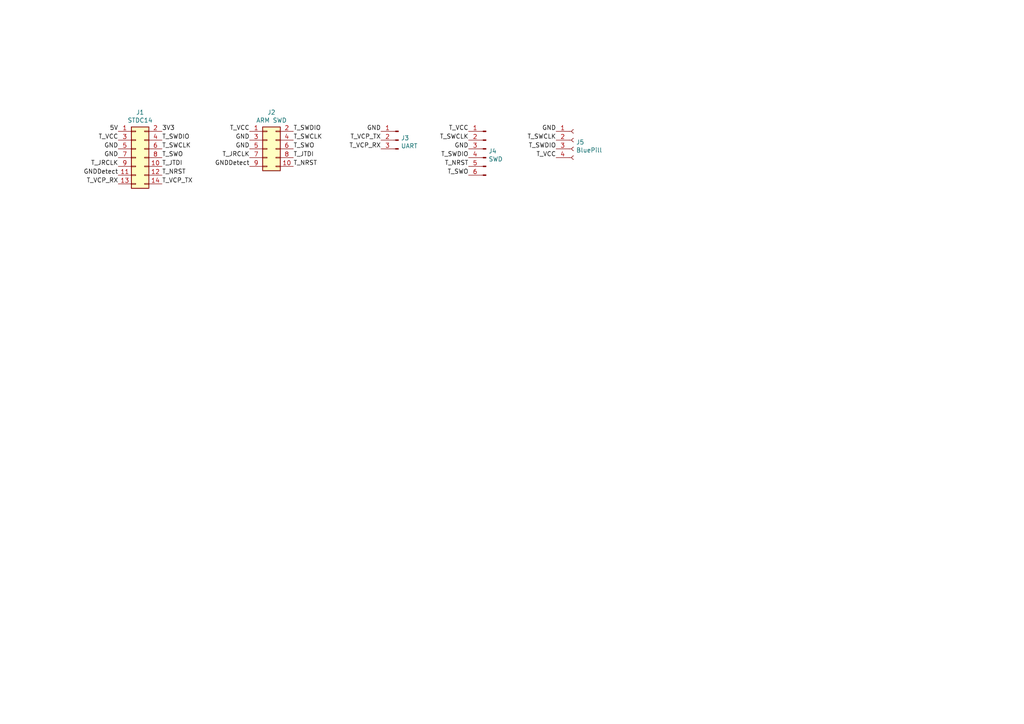
<source format=kicad_sch>
(kicad_sch (version 20211123) (generator eeschema)
  (paper "A4")
  (lib_symbols
    (symbol "Connector:Conn_01x03_Male" (pin_names (offset 1.016) hide)
      (property "Reference" "J" (at 0 5.08 0))
      (property "Value" "Conn_01x03_Male" (at 0 -5.08 0))
      (symbol "Conn_01x03_Male_1_1"
        (polyline (pts (xy 1.27 -2.54) (xy 0.8636 -2.54)) (stroke (width 0.1524)))
        (polyline (pts (xy 1.27 0) (xy 0.8636 0)) (stroke (width 0.1524)))
        (polyline (pts (xy 1.27 2.54) (xy 0.8636 2.54)) (stroke (width 0.1524)))
        (rectangle (start 0.8636 -2.413) (end 0 -2.667) (stroke (width 0.1524)) (fill (type outline)))
        (rectangle (start 0.8636 0.127) (end 0 -0.127) (stroke (width 0.1524)) (fill (type outline)))
        (rectangle (start 0.8636 2.667) (end 0 2.413) (stroke (width 0.1524)) (fill (type outline)))
        (pin passive line (at 5.08 2.54 180) (length 3.81) (name "Pin_1") (number "1"))
        (pin passive line (at 5.08 0 180) (length 3.81) (name "Pin_2") (number "2"))
        (pin passive line (at 5.08 -2.54 180) (length 3.81) (name "Pin_3") (number "3"))
      )
    )
    (symbol "Connector:Conn_01x04_Female" (pin_names (offset 1.016) hide)
      (property "Reference" "J" (at 0 5.08 0))
      (property "Value" "Conn_01x04_Female" (at 0 -7.62 0))
      (symbol "Conn_01x04_Female_1_1"
        (arc (start 0 -4.572) (mid -0.508 -5.08) (end 0 -5.588) (stroke (width 0.1524)))
        (arc (start 0 -2.032) (mid -0.508 -2.54) (end 0 -3.048) (stroke (width 0.1524)))
        (polyline (pts (xy -1.27 -5.08) (xy -0.508 -5.08)) (stroke (width 0.1524)))
        (polyline (pts (xy -1.27 -2.54) (xy -0.508 -2.54)) (stroke (width 0.1524)))
        (polyline (pts (xy -1.27 0) (xy -0.508 0)) (stroke (width 0.1524)))
        (polyline (pts (xy -1.27 2.54) (xy -0.508 2.54)) (stroke (width 0.1524)))
        (arc (start 0 0.508) (mid -0.508 0) (end 0 -0.508) (stroke (width 0.1524)))
        (arc (start 0 3.048) (mid -0.508 2.54) (end 0 2.032) (stroke (width 0.1524)))
        (pin passive line (at -5.08 2.54 0) (length 3.81) (name "Pin_1") (number "1"))
        (pin passive line (at -5.08 0 0) (length 3.81) (name "Pin_2") (number "2"))
        (pin passive line (at -5.08 -2.54 0) (length 3.81) (name "Pin_3") (number "3"))
        (pin passive line (at -5.08 -5.08 0) (length 3.81) (name "Pin_4") (number "4"))
      )
    )
    (symbol "Connector:Conn_01x06_Male" (pin_names (offset 1.016) hide)
      (property "Reference" "J" (at 0 7.62 0))
      (property "Value" "Conn_01x06_Male" (at 0 -10.16 0))
      (symbol "Conn_01x06_Male_1_1"
        (polyline (pts (xy 1.27 -7.62) (xy 0.8636 -7.62)) (stroke (width 0.1524)))
        (polyline (pts (xy 1.27 -5.08) (xy 0.8636 -5.08)) (stroke (width 0.1524)))
        (polyline (pts (xy 1.27 -2.54) (xy 0.8636 -2.54)) (stroke (width 0.1524)))
        (polyline (pts (xy 1.27 0) (xy 0.8636 0)) (stroke (width 0.1524)))
        (polyline (pts (xy 1.27 2.54) (xy 0.8636 2.54)) (stroke (width 0.1524)))
        (polyline (pts (xy 1.27 5.08) (xy 0.8636 5.08)) (stroke (width 0.1524)))
        (rectangle (start 0.8636 -7.493) (end 0 -7.747) (stroke (width 0.1524)) (fill (type outline)))
        (rectangle (start 0.8636 -4.953) (end 0 -5.207) (stroke (width 0.1524)) (fill (type outline)))
        (rectangle (start 0.8636 -2.413) (end 0 -2.667) (stroke (width 0.1524)) (fill (type outline)))
        (rectangle (start 0.8636 0.127) (end 0 -0.127) (stroke (width 0.1524)) (fill (type outline)))
        (rectangle (start 0.8636 2.667) (end 0 2.413) (stroke (width 0.1524)) (fill (type outline)))
        (rectangle (start 0.8636 5.207) (end 0 4.953) (stroke (width 0.1524)) (fill (type outline)))
        (pin passive line (at 5.08 5.08 180) (length 3.81) (name "Pin_1") (number "1"))
        (pin passive line (at 5.08 2.54 180) (length 3.81) (name "Pin_2") (number "2"))
        (pin passive line (at 5.08 0 180) (length 3.81) (name "Pin_3") (number "3"))
        (pin passive line (at 5.08 -2.54 180) (length 3.81) (name "Pin_4") (number "4"))
        (pin passive line (at 5.08 -5.08 180) (length 3.81) (name "Pin_5") (number "5"))
        (pin passive line (at 5.08 -7.62 180) (length 3.81) (name "Pin_6") (number "6"))
      )
    )
    (symbol "Connector_Generic:Conn_02x05_Odd_Even" (pin_names (offset 1.016) hide)
      (property "Reference" "J" (at 1.27 7.62 0))
      (property "Value" "Conn_02x05_Odd_Even" (at 1.27 -7.62 0))
      (symbol "Conn_02x05_Odd_Even_1_1"
        (rectangle (start -1.27 -4.953) (end 0 -5.207) (stroke (width 0.1524)))
        (rectangle (start -1.27 -2.413) (end 0 -2.667) (stroke (width 0.1524)))
        (rectangle (start -1.27 0.127) (end 0 -0.127) (stroke (width 0.1524)))
        (rectangle (start -1.27 2.667) (end 0 2.413) (stroke (width 0.1524)))
        (rectangle (start -1.27 5.207) (end 0 4.953) (stroke (width 0.1524)))
        (rectangle (start -1.27 6.35) (end 3.81 -6.35) (stroke (width 0.254)) (fill (type background)))
        (rectangle (start 3.81 -4.953) (end 2.54 -5.207) (stroke (width 0.1524)))
        (rectangle (start 3.81 -2.413) (end 2.54 -2.667) (stroke (width 0.1524)))
        (rectangle (start 3.81 0.127) (end 2.54 -0.127) (stroke (width 0.1524)))
        (rectangle (start 3.81 2.667) (end 2.54 2.413) (stroke (width 0.1524)))
        (rectangle (start 3.81 5.207) (end 2.54 4.953) (stroke (width 0.1524)))
        (pin passive line (at -5.08 5.08 0) (length 3.81) (name "Pin_1") (number "1"))
        (pin passive line (at 7.62 -5.08 180) (length 3.81) (name "Pin_10") (number "10"))
        (pin passive line (at 7.62 5.08 180) (length 3.81) (name "Pin_2") (number "2"))
        (pin passive line (at -5.08 2.54 0) (length 3.81) (name "Pin_3") (number "3"))
        (pin passive line (at 7.62 2.54 180) (length 3.81) (name "Pin_4") (number "4"))
        (pin passive line (at -5.08 0 0) (length 3.81) (name "Pin_5") (number "5"))
        (pin passive line (at 7.62 0 180) (length 3.81) (name "Pin_6") (number "6"))
        (pin passive line (at -5.08 -2.54 0) (length 3.81) (name "Pin_7") (number "7"))
        (pin passive line (at 7.62 -2.54 180) (length 3.81) (name "Pin_8") (number "8"))
        (pin passive line (at -5.08 -5.08 0) (length 3.81) (name "Pin_9") (number "9"))
      )
    )
    (symbol "Connector_Generic:Conn_02x07_Odd_Even" (pin_names (offset 1.016) hide)
      (property "Reference" "J" (at 1.27 10.16 0))
      (property "Value" "Conn_02x07_Odd_Even" (at 1.27 -10.16 0))
      (symbol "Conn_02x07_Odd_Even_1_1"
        (rectangle (start -1.27 -7.493) (end 0 -7.747) (stroke (width 0.1524)))
        (rectangle (start -1.27 -4.953) (end 0 -5.207) (stroke (width 0.1524)))
        (rectangle (start -1.27 -2.413) (end 0 -2.667) (stroke (width 0.1524)))
        (rectangle (start -1.27 0.127) (end 0 -0.127) (stroke (width 0.1524)))
        (rectangle (start -1.27 2.667) (end 0 2.413) (stroke (width 0.1524)))
        (rectangle (start -1.27 5.207) (end 0 4.953) (stroke (width 0.1524)))
        (rectangle (start -1.27 7.747) (end 0 7.493) (stroke (width 0.1524)))
        (rectangle (start -1.27 8.89) (end 3.81 -8.89) (stroke (width 0.254)) (fill (type background)))
        (rectangle (start 3.81 -7.493) (end 2.54 -7.747) (stroke (width 0.1524)))
        (rectangle (start 3.81 -4.953) (end 2.54 -5.207) (stroke (width 0.1524)))
        (rectangle (start 3.81 -2.413) (end 2.54 -2.667) (stroke (width 0.1524)))
        (rectangle (start 3.81 0.127) (end 2.54 -0.127) (stroke (width 0.1524)))
        (rectangle (start 3.81 2.667) (end 2.54 2.413) (stroke (width 0.1524)))
        (rectangle (start 3.81 5.207) (end 2.54 4.953) (stroke (width 0.1524)))
        (rectangle (start 3.81 7.747) (end 2.54 7.493) (stroke (width 0.1524)))
        (pin passive line (at -5.08 7.62 0) (length 3.81) (name "Pin_1") (number "1"))
        (pin passive line (at 7.62 -2.54 180) (length 3.81) (name "Pin_10") (number "10"))
        (pin passive line (at -5.08 -5.08 0) (length 3.81) (name "Pin_11") (number "11"))
        (pin passive line (at 7.62 -5.08 180) (length 3.81) (name "Pin_12") (number "12"))
        (pin passive line (at -5.08 -7.62 0) (length 3.81) (name "Pin_13") (number "13"))
        (pin passive line (at 7.62 -7.62 180) (length 3.81) (name "Pin_14") (number "14"))
        (pin passive line (at 7.62 7.62 180) (length 3.81) (name "Pin_2") (number "2"))
        (pin passive line (at -5.08 5.08 0) (length 3.81) (name "Pin_3") (number "3"))
        (pin passive line (at 7.62 5.08 180) (length 3.81) (name "Pin_4") (number "4"))
        (pin passive line (at -5.08 2.54 0) (length 3.81) (name "Pin_5") (number "5"))
        (pin passive line (at 7.62 2.54 180) (length 3.81) (name "Pin_6") (number "6"))
        (pin passive line (at -5.08 0 0) (length 3.81) (name "Pin_7") (number "7"))
        (pin passive line (at 7.62 0 180) (length 3.81) (name "Pin_8") (number "8"))
        (pin passive line (at -5.08 -2.54 0) (length 3.81) (name "Pin_9") (number "9"))
      )
    )
  )
  (label "T_VCC" (at 72.39 38.1 180))
  (label "T_JTDI" (at 85.09 45.72 0))
  (label "T_SWCLK" (at 85.09 40.64 0))
  (label "T_SWDIO" (at 161.29 43.18 180))
  (label "GND" (at 72.39 43.18 180))
  (label "T_SWO" (at 46.99 45.72 0))
  (label "T_JRCLK" (at 72.39 45.72 180))
  (label "GNDDetect" (at 34.29 50.8 180))
  (label "T_JRCLK" (at 34.29 48.26 180))
  (label "T_SWO" (at 135.89 50.8 180))
  (label "T_VCP_TX" (at 110.49 40.64 180))
  (label "GND" (at 34.29 45.72 180))
  (label "GND" (at 110.49 38.1 180))
  (label "T_VCC" (at 161.29 45.72 180))
  (label "T_NRST" (at 135.89 48.26 180))
  (label "T_SWCLK" (at 135.89 40.64 180))
  (label "GNDDetect" (at 72.39 48.26 180))
  (label "T_VCC" (at 34.29 40.64 180))
  (label "T_SWCLK" (at 161.29 40.64 180))
  (label "GND" (at 161.29 38.1 180))
  (label "T_SWO" (at 85.09 43.18 0))
  (label "T_NRST" (at 85.09 48.26 0))
  (label "3V3" (at 46.99 38.1 0))
  (label "5V" (at 34.29 38.1 180))
  (label "T_VCP_RX" (at 34.29 53.34 180))
  (label "GND" (at 72.39 40.64 180))
  (label "GND" (at 34.29 43.18 180))
  (label "T_SWDIO" (at 135.89 45.72 180))
  (label "T_SWCLK" (at 46.99 43.18 0))
  (label "T_NRST" (at 46.99 50.8 0))
  (label "T_SWDIO" (at 85.09 38.1 0))
  (label "T_SWDIO" (at 46.99 40.64 0))
  (label "GND" (at 135.89 43.18 180))
  (label "T_JTDI" (at 46.99 48.26 0))
  (label "T_VCC" (at 135.89 38.1 180))
  (label "T_VCP_RX" (at 110.49 43.18 180))
  (label "T_VCP_TX" (at 46.99 53.34 0))
  (symbol (lib_id "Connector_Generic:Conn_02x07_Odd_Even") (at 39.37 45.72 0) (unit 1)
    (property "Reference" "J1" (at 40.64 32.5882 0))
    (property "Value" "STDC14" (at 40.64 34.8996 0))
    (property "Footprint" "Connector_PinSocket_1.27mm:PinSocket_2x07_P1.27mm_Vertical_SMD" (effects hide))
  )
  (symbol (lib_id "Connector_Generic:Conn_02x05_Odd_Even") (at 77.47 43.18 0) (unit 1)
    (property "Reference" "J2" (at 78.74 32.5882 0))
    (property "Value" "ARM SWD" (at 78.74 34.8996 0))
    (property "Footprint" "Connector_PinHeader_1.27mm:PinHeader_2x05_P1.27mm_Vertical_SMD" (effects hide))
  )
  (symbol (lib_id "Connector:Conn_01x06_Male") (at 140.97 43.18 0) (mirror y) (unit 1)
    (property "Reference" "J4" (at 141.6812 43.8404 0) (effects (justify right)))
    (property "Value" "SWD" (at 141.6812 46.1518 0) (effects (justify right)))
    (property "Footprint" "Connector_PinHeader_2.54mm:PinHeader_1x06_P2.54mm_Horizontal" (effects hide))
  )
  (symbol (lib_id "Connector:Conn_01x04_Female") (at 166.37 40.64 0) (unit 1)
    (property "Reference" "J5" (at 167.0812 41.2496 0) (effects (justify left)))
    (property "Value" "BluePill" (at 167.0812 43.561 0) (effects (justify left)))
    (property "Footprint" "Connector_PinSocket_2.54mm:PinSocket_1x04_P2.54mm_Horizontal" (effects hide))
  )
  (symbol (lib_id "Connector:Conn_01x03_Male") (at 115.57 40.64 0) (mirror y) (unit 1)
    (property "Reference" "J3" (at 116.2812 40.0304 0) (effects (justify right)))
    (property "Value" "UART" (at 116.2812 42.3418 0) (effects (justify right)))
    (property "Footprint" "Connector_PinHeader_2.54mm:PinHeader_1x03_P2.54mm_Horizontal" (effects hide))
  )
)
</source>
